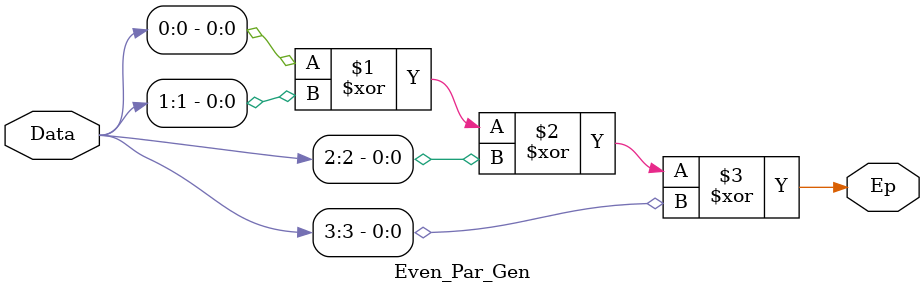
<source format=v>
module Even_Par_Gen(Data,Ep);
  input [3:0] Data;
  output reg Ep ;
  
  assign Ep=Data[0]^Data[1]^Data[2]^Data[3];
 
endmodule

</source>
